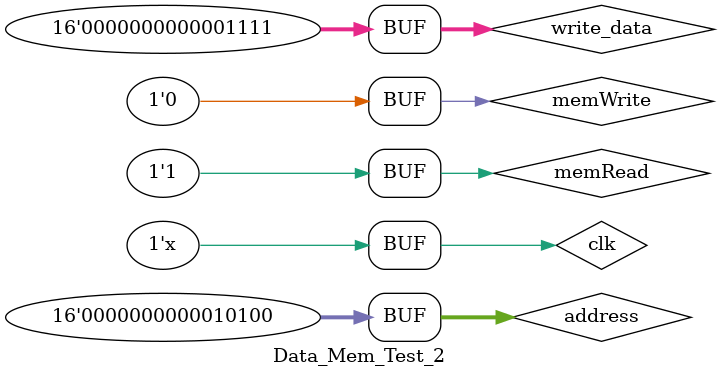
<source format=v>
`timescale 1ns / 1ps


module Data_Mem_Test_2;

	// Inputs
	reg clk;
	reg memRead;
	reg memWrite;
	reg [15:0] address;
	reg [15:0] write_data;

	// Outputs
	wire [15:0] read_data;

	// Instantiate the Unit Under Test (UUT)
	Data_Mem uut (
		.clk(clk), 
		.memRead(memRead), 
		.memWrite(memWrite), 
		.address(address), 
		.write_data(write_data), 
		.read_data(read_data)
	);

	initial begin
		// Initialize Inputs
		clk = 0;
		memRead = 0;
		memWrite = 0;
		address = 0;
		write_data = 0;

		// Wait 100 ns for global reset to finish
		#100;
	   if( read_data == 5) $display("Reading Done Succeessfully");
		  memRead = 0;
		  address = 20;
		  memWrite = 1;
		  write_data = 15;
        
		  #100
		  memRead = 1;
		  memWrite = 0;
		  #100
		  if( read_data == 15 ) $display("Writing Done Successfully");

	end
	always #2 clk=~clk;
      
endmodule


</source>
